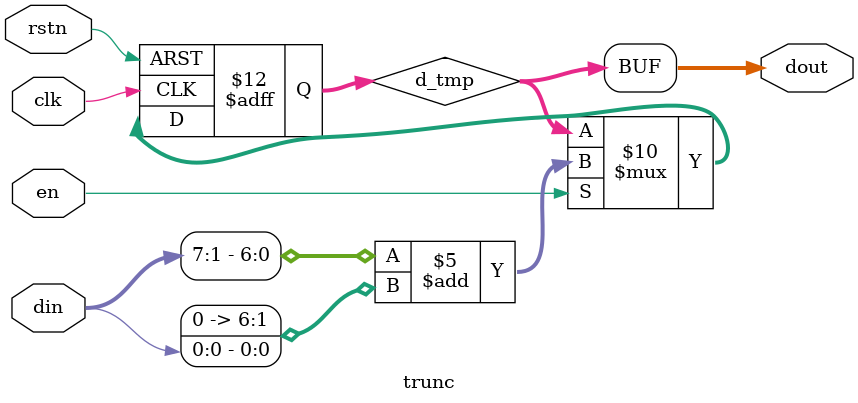
<source format=v>
module trunc #(
 parameter    integer    diw = 8
//,parameter    integer    dow = msb - (lsb -1)
,parameter    integer    msb = 7
,parameter    integer    lsb = 1
,parameter    integer	 half_precision = 1
)
(
 input                                      clk
,input                                      rstn
,input                                      en
,input       signed  [diw - 1  :0]     	    din
,output      signed  [msb - lsb:0]          dout
);


reg	signed [msb  -  lsb : 0]	d_tmp;

generate
	if(lsb!=0 && half_precision != 0) begin
		always @(posedge clk or negedge rstn) begin
        		if (!rstn) begin
                 		d_tmp 	<= 	'h0;
                 	end 
         		else if(en) begin
                 		if(din[diw-1 : msb] != {(diw-msb){din[diw-1]}})
                 		    d_tmp	<=	{{din[diw-1]}, {(msb-lsb){!din[diw-1]}}};
		 		else
		     		    d_tmp	<=      din[msb:lsb] + {{(msb-lsb){1'b0}},din[lsb-1]};
		 	end
         		else begin
                     		d_tmp	<=	d_tmp;
                 	end
		end
	end
	else begin
		always @(posedge clk or negedge rstn) begin
        		if (!rstn) begin
                 		d_tmp 	<= 	'h0;
                 	end 
         		else if(en) begin
                 		if(din[diw-1 : msb] != {(diw-msb){din[diw-1]}})
                 		    d_tmp	<=	{{din[diw-1]}, {(msb-lsb){!din[diw-1]}}};
		 		else
		     		    d_tmp	<=      din[msb:lsb];
		 	end
         		else begin
                     		d_tmp	<=	d_tmp;
                 	end
		end
	end
endgenerate

assign dout = d_tmp;

endmodule

</source>
